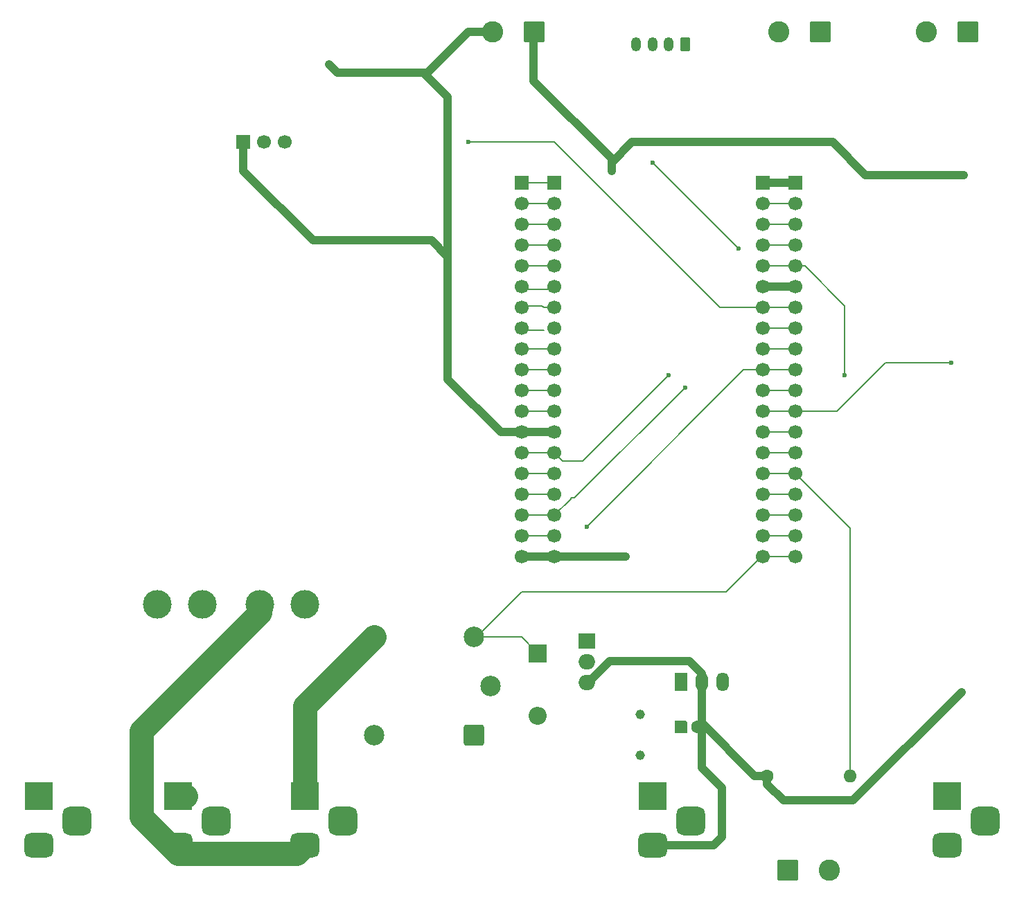
<source format=gbr>
%TF.GenerationSoftware,KiCad,Pcbnew,9.0.1*%
%TF.CreationDate,2025-05-24T15:45:38+01:00*%
%TF.ProjectId,main_board,6d61696e-5f62-46f6-9172-642e6b696361,rev?*%
%TF.SameCoordinates,Original*%
%TF.FileFunction,Copper,L2,Bot*%
%TF.FilePolarity,Positive*%
%FSLAX46Y46*%
G04 Gerber Fmt 4.6, Leading zero omitted, Abs format (unit mm)*
G04 Created by KiCad (PCBNEW 9.0.1) date 2025-05-24 15:45:38*
%MOMM*%
%LPD*%
G01*
G04 APERTURE LIST*
G04 Aperture macros list*
%AMRoundRect*
0 Rectangle with rounded corners*
0 $1 Rounding radius*
0 $2 $3 $4 $5 $6 $7 $8 $9 X,Y pos of 4 corners*
0 Add a 4 corners polygon primitive as box body*
4,1,4,$2,$3,$4,$5,$6,$7,$8,$9,$2,$3,0*
0 Add four circle primitives for the rounded corners*
1,1,$1+$1,$2,$3*
1,1,$1+$1,$4,$5*
1,1,$1+$1,$6,$7*
1,1,$1+$1,$8,$9*
0 Add four rect primitives between the rounded corners*
20,1,$1+$1,$2,$3,$4,$5,0*
20,1,$1+$1,$4,$5,$6,$7,0*
20,1,$1+$1,$6,$7,$8,$9,0*
20,1,$1+$1,$8,$9,$2,$3,0*%
%AMOutline5P*
0 Free polygon, 5 corners , with rotation*
0 The origin of the aperture is its center*
0 number of corners: always 5*
0 $1 to $10 corner X, Y*
0 $11 Rotation angle, in degrees counterclockwise*
0 create outline with 5 corners*
4,1,5,$1,$2,$3,$4,$5,$6,$7,$8,$9,$10,$1,$2,$11*%
%AMOutline6P*
0 Free polygon, 6 corners , with rotation*
0 The origin of the aperture is its center*
0 number of corners: always 6*
0 $1 to $12 corner X, Y*
0 $13 Rotation angle, in degrees counterclockwise*
0 create outline with 6 corners*
4,1,6,$1,$2,$3,$4,$5,$6,$7,$8,$9,$10,$11,$12,$1,$2,$13*%
%AMOutline7P*
0 Free polygon, 7 corners , with rotation*
0 The origin of the aperture is its center*
0 number of corners: always 7*
0 $1 to $14 corner X, Y*
0 $15 Rotation angle, in degrees counterclockwise*
0 create outline with 7 corners*
4,1,7,$1,$2,$3,$4,$5,$6,$7,$8,$9,$10,$11,$12,$13,$14,$1,$2,$15*%
%AMOutline8P*
0 Free polygon, 8 corners , with rotation*
0 The origin of the aperture is its center*
0 number of corners: always 8*
0 $1 to $16 corner X, Y*
0 $17 Rotation angle, in degrees counterclockwise*
0 create outline with 8 corners*
4,1,8,$1,$2,$3,$4,$5,$6,$7,$8,$9,$10,$11,$12,$13,$14,$15,$16,$1,$2,$17*%
G04 Aperture macros list end*
%TA.AperFunction,ComponentPad*%
%ADD10Outline5P,-0.800000X0.800000X0.480000X0.800000X0.800000X0.480000X0.800000X-0.800000X-0.800000X-0.800000X0.000000*%
%TD*%
%TA.AperFunction,ComponentPad*%
%ADD11C,1.600000*%
%TD*%
%TA.AperFunction,ComponentPad*%
%ADD12C,1.150000*%
%TD*%
%TA.AperFunction,ComponentPad*%
%ADD13RoundRect,0.250000X0.350000X0.625000X-0.350000X0.625000X-0.350000X-0.625000X0.350000X-0.625000X0*%
%TD*%
%TA.AperFunction,ComponentPad*%
%ADD14O,1.200000X1.750000*%
%TD*%
%TA.AperFunction,ComponentPad*%
%ADD15R,3.500000X3.500000*%
%TD*%
%TA.AperFunction,ComponentPad*%
%ADD16RoundRect,0.750000X1.000000X-0.750000X1.000000X0.750000X-1.000000X0.750000X-1.000000X-0.750000X0*%
%TD*%
%TA.AperFunction,ComponentPad*%
%ADD17RoundRect,0.875000X0.875000X-0.875000X0.875000X0.875000X-0.875000X0.875000X-0.875000X-0.875000X0*%
%TD*%
%TA.AperFunction,ComponentPad*%
%ADD18C,1.700000*%
%TD*%
%TA.AperFunction,ComponentPad*%
%ADD19R,1.700000X1.700000*%
%TD*%
%TA.AperFunction,ComponentPad*%
%ADD20RoundRect,0.250000X-1.050000X-1.050000X1.050000X-1.050000X1.050000X1.050000X-1.050000X1.050000X0*%
%TD*%
%TA.AperFunction,ComponentPad*%
%ADD21C,2.600000*%
%TD*%
%TA.AperFunction,ComponentPad*%
%ADD22RoundRect,0.250000X1.050000X1.050000X-1.050000X1.050000X-1.050000X-1.050000X1.050000X-1.050000X0*%
%TD*%
%TA.AperFunction,ComponentPad*%
%ADD23R,1.500000X2.300000*%
%TD*%
%TA.AperFunction,ComponentPad*%
%ADD24O,1.500000X2.300000*%
%TD*%
%TA.AperFunction,ComponentPad*%
%ADD25O,1.600000X1.600000*%
%TD*%
%TA.AperFunction,ComponentPad*%
%ADD26C,3.500000*%
%TD*%
%TA.AperFunction,ComponentPad*%
%ADD27R,2.000000X1.905000*%
%TD*%
%TA.AperFunction,ComponentPad*%
%ADD28O,2.000000X1.905000*%
%TD*%
%TA.AperFunction,ComponentPad*%
%ADD29R,2.200000X2.200000*%
%TD*%
%TA.AperFunction,ComponentPad*%
%ADD30O,2.200000X2.200000*%
%TD*%
%TA.AperFunction,ComponentPad*%
%ADD31C,2.500000*%
%TD*%
%TA.AperFunction,ComponentPad*%
%ADD32RoundRect,0.250000X1.000000X1.000000X-1.000000X1.000000X-1.000000X-1.000000X1.000000X-1.000000X0*%
%TD*%
%TA.AperFunction,ViaPad*%
%ADD33C,0.600000*%
%TD*%
%TA.AperFunction,ViaPad*%
%ADD34C,0.700000*%
%TD*%
%TA.AperFunction,Conductor*%
%ADD35C,0.200000*%
%TD*%
%TA.AperFunction,Conductor*%
%ADD36C,1.000000*%
%TD*%
%TA.AperFunction,Conductor*%
%ADD37C,3.000000*%
%TD*%
G04 APERTURE END LIST*
D10*
%TO.P,REF\u002A\u002A,1*%
%TO.N,N/C*%
X138500000Y-129000000D03*
D11*
%TO.P,REF\u002A\u002A,2*%
X140500000Y-129000000D03*
%TD*%
D12*
%TO.P,REF\u002A\u002A,1*%
%TO.N,12v+*%
X133500000Y-127500000D03*
%TO.P,REF\u002A\u002A,2*%
X133500000Y-132500000D03*
%TD*%
D13*
%TO.P,REF\u002A\u002A,1*%
%TO.N,SCL*%
X139000000Y-45500000D03*
D14*
%TO.P,REF\u002A\u002A,2*%
%TO.N,SDA*%
X137000000Y-45500000D03*
%TO.P,REF\u002A\u002A,3*%
%TO.N,3.3v*%
X135000000Y-45500000D03*
%TO.P,REF\u002A\u002A,4*%
%TO.N,gnd*%
X133000000Y-45500000D03*
%TD*%
D15*
%TO.P,REF\u002A\u002A,1*%
%TO.N,Big+*%
X77000000Y-137500000D03*
D16*
%TO.P,REF\u002A\u002A,2*%
%TO.N,BigGND*%
X77000000Y-143500000D03*
D17*
%TO.P,REF\u002A\u002A,3*%
%TO.N,N/C*%
X81700000Y-140500000D03*
%TD*%
D15*
%TO.P,REF\u002A\u002A,1*%
%TO.N,12v+*%
X135000000Y-137500000D03*
D16*
%TO.P,REF\u002A\u002A,2*%
%TO.N,gnd*%
X135000000Y-143500000D03*
D17*
%TO.P,REF\u002A\u002A,3*%
%TO.N,N/C*%
X139700000Y-140500000D03*
%TD*%
D18*
%TO.P,REF\u002A\u002A,2*%
%TO.N,N/C*%
X123000000Y-65040000D03*
%TO.P,REF\u002A\u002A,3*%
X123000000Y-67580000D03*
%TO.P,REF\u002A\u002A,4*%
X123000000Y-70120000D03*
%TO.P,REF\u002A\u002A,5*%
X123000000Y-72660000D03*
%TO.P,REF\u002A\u002A,6*%
X123000000Y-75200000D03*
%TO.P,REF\u002A\u002A,7*%
X123000000Y-77740000D03*
%TO.P,REF\u002A\u002A,8*%
X123000000Y-80280000D03*
%TO.P,REF\u002A\u002A,9*%
X123000000Y-82820000D03*
%TO.P,REF\u002A\u002A,10*%
X123000000Y-85360000D03*
%TO.P,REF\u002A\u002A,11*%
X123000000Y-87900000D03*
D19*
%TO.P,REF\u002A\u002A,CLK*%
X123000000Y-62500000D03*
D18*
%TO.P,REF\u002A\u002A,G19*%
X123000000Y-90440000D03*
%TO.P,REF\u002A\u002A,G21*%
%TO.N,SDA*%
X123000000Y-95520000D03*
%TO.P,REF\u002A\u002A,G22*%
%TO.N,SCL*%
X123000000Y-103140000D03*
%TO.P,REF\u002A\u002A,G23*%
%TO.N,N/C*%
X123000000Y-105680000D03*
%TO.P,REF\u002A\u002A,GND*%
%TO.N,gnd*%
X123000000Y-92980000D03*
X123000000Y-108220000D03*
%TO.P,REF\u002A\u002A,RXD*%
%TO.N,N/C*%
X123000000Y-98060000D03*
%TO.P,REF\u002A\u002A,TXD*%
X123000000Y-100600000D03*
%TD*%
D15*
%TO.P,REF\u002A\u002A,1*%
%TO.N,5v+*%
X171000000Y-137500000D03*
D16*
%TO.P,REF\u002A\u002A,2*%
%TO.N,humidiferGND*%
X171000000Y-143500000D03*
D17*
%TO.P,REF\u002A\u002A,3*%
%TO.N,N/C*%
X175700000Y-140500000D03*
%TD*%
D18*
%TO.P,REF\u002A\u002A,3V3*%
%TO.N,3.3v*%
X148500000Y-108220000D03*
%TO.P,REF\u002A\u002A,13*%
%TO.N,N/C*%
X148500000Y-92980000D03*
%TO.P,REF\u002A\u002A,14*%
X148500000Y-95520000D03*
%TO.P,REF\u002A\u002A,16*%
X148500000Y-100600000D03*
%TO.P,REF\u002A\u002A,17*%
X148500000Y-103140000D03*
%TO.P,REF\u002A\u002A,18*%
X148500000Y-105680000D03*
%TO.P,REF\u002A\u002A,CMD*%
X148500000Y-65040000D03*
%TO.P,REF\u002A\u002A,G12*%
X148500000Y-77740000D03*
%TO.P,REF\u002A\u002A,G13*%
%TO.N,humidiferPinOut*%
X148500000Y-72660000D03*
%TO.P,REF\u002A\u002A,G14*%
%TO.N,N/C*%
X148500000Y-80280000D03*
%TO.P,REF\u002A\u002A,G25*%
X148500000Y-87900000D03*
%TO.P,REF\u002A\u002A,G26*%
%TO.N,HeaterPin*%
X148500000Y-85360000D03*
%TO.P,REF\u002A\u002A,G27*%
%TO.N,N/C*%
X148500000Y-82820000D03*
%TO.P,REF\u002A\u002A,G33*%
%TO.N,pumpOutPin*%
X148500000Y-90440000D03*
%TO.P,REF\u002A\u002A,G34*%
%TO.N,wtrsnrIN*%
X148500000Y-98060000D03*
%TO.P,REF\u002A\u002A,GND*%
%TO.N,gnd*%
X148500000Y-75200000D03*
%TO.P,REF\u002A\u002A,SD2*%
%TO.N,N/C*%
X148500000Y-70120000D03*
%TO.P,REF\u002A\u002A,SD3*%
X148500000Y-67580000D03*
D19*
%TO.P,REF\u002A\u002A,V5*%
%TO.N,5v+*%
X148500000Y-62500000D03*
%TD*%
D20*
%TO.P,REF\u002A\u002A,1*%
%TO.N,5v+*%
X151500000Y-146500000D03*
D21*
%TO.P,REF\u002A\u002A,2*%
%TO.N,wtrsnrIN*%
X156580000Y-146500000D03*
%TD*%
D18*
%TO.P,REF\u002A\u002A,2*%
%TO.N,N/C*%
X87540000Y-57500000D03*
D19*
%TO.P,REF\u002A\u002A,GND*%
%TO.N,gnd*%
X85000000Y-57500000D03*
D18*
%TO.P,REF\u002A\u002A,IN1*%
%TO.N,N/C*%
X90080000Y-57500000D03*
%TD*%
D22*
%TO.P,REF\u002A\u002A,1*%
%TO.N,12v+*%
X120545000Y-44000000D03*
D21*
%TO.P,REF\u002A\u002A,2*%
%TO.N,gnd*%
X115465000Y-44000000D03*
%TD*%
D15*
%TO.P,REF\u002A\u002A,1*%
%TO.N,N/C*%
X60000000Y-137500000D03*
D16*
%TO.P,REF\u002A\u002A,2*%
X60000000Y-143500000D03*
D17*
%TO.P,REF\u002A\u002A,3*%
X64700000Y-140500000D03*
%TD*%
D23*
%TO.P,REF\u002A\u002A,1*%
%TO.N,12v+*%
X138500000Y-123500000D03*
D24*
%TO.P,REF\u002A\u002A,2*%
%TO.N,gnd*%
X141040000Y-123500000D03*
%TO.P,REF\u002A\u002A,3*%
%TO.N,5v+*%
X143580000Y-123500000D03*
%TD*%
D19*
%TO.P,REF\u002A\u002A,1*%
%TO.N,N/C*%
X119000000Y-62500000D03*
D18*
%TO.P,REF\u002A\u002A,2*%
X119000000Y-65040000D03*
%TO.P,REF\u002A\u002A,3*%
X119000000Y-67580000D03*
%TO.P,REF\u002A\u002A,4*%
X119000000Y-70120000D03*
%TO.P,REF\u002A\u002A,5*%
X119000000Y-72660000D03*
%TO.P,REF\u002A\u002A,6*%
X119000000Y-75200000D03*
%TO.P,REF\u002A\u002A,7*%
X119000000Y-77740000D03*
%TO.P,REF\u002A\u002A,8*%
X119000000Y-80280000D03*
%TO.P,REF\u002A\u002A,9*%
X119000000Y-82820000D03*
%TO.P,REF\u002A\u002A,10*%
X119000000Y-85360000D03*
%TO.P,REF\u002A\u002A,11*%
X119000000Y-87900000D03*
%TO.P,REF\u002A\u002A,12*%
X119000000Y-90440000D03*
%TO.P,REF\u002A\u002A,13*%
%TO.N,gnd*%
X119000000Y-92980000D03*
%TO.P,REF\u002A\u002A,14*%
%TO.N,N/C*%
X119000000Y-95520000D03*
%TO.P,REF\u002A\u002A,15*%
X119000000Y-98060000D03*
%TO.P,REF\u002A\u002A,16*%
X119000000Y-100600000D03*
%TO.P,REF\u002A\u002A,17*%
X119000000Y-103140000D03*
%TO.P,REF\u002A\u002A,18*%
X119000000Y-105680000D03*
%TO.P,REF\u002A\u002A,19*%
%TO.N,gnd*%
X119000000Y-108220000D03*
%TD*%
D11*
%TO.P,REF\u002A\u002A,1*%
%TO.N,gnd*%
X149000000Y-135000000D03*
D25*
%TO.P,REF\u002A\u002A,2*%
%TO.N,wtrsnrIN*%
X159160000Y-135000000D03*
%TD*%
D22*
%TO.P,REF\u002A\u002A,1*%
%TO.N,5v+*%
X155500000Y-44000000D03*
D21*
%TO.P,REF\u002A\u002A,2*%
%TO.N,gnd*%
X150420000Y-44000000D03*
%TD*%
D26*
%TO.P,REF\u002A\u002A,1*%
%TO.N,BigGND*%
X87000000Y-114000000D03*
%TD*%
D27*
%TO.P,REF\u002A\u002A,1*%
%TO.N,HeaterPin*%
X127000000Y-118500000D03*
D28*
%TO.P,REF\u002A\u002A,2*%
%TO.N,heaterTransistorOut*%
X127000000Y-121040000D03*
%TO.P,REF\u002A\u002A,3*%
%TO.N,gnd*%
X127000000Y-123580000D03*
%TD*%
D26*
%TO.P,,MTR*%
%TO.N,N/C*%
X74500000Y-114000000D03*
%TD*%
D19*
%TO.P,REF\u002A\u002A,1*%
%TO.N,5v+*%
X152500000Y-62500000D03*
D18*
%TO.P,REF\u002A\u002A,2*%
%TO.N,N/C*%
X152500000Y-65040000D03*
%TO.P,REF\u002A\u002A,3*%
X152500000Y-67580000D03*
%TO.P,REF\u002A\u002A,4*%
X152500000Y-70120000D03*
%TO.P,REF\u002A\u002A,5*%
%TO.N,humidiferPinOut*%
X152500000Y-72660000D03*
%TO.P,REF\u002A\u002A,6*%
%TO.N,gnd*%
X152500000Y-75200000D03*
%TO.P,REF\u002A\u002A,7*%
%TO.N,N/C*%
X152500000Y-77740000D03*
%TO.P,REF\u002A\u002A,8*%
X152500000Y-80280000D03*
%TO.P,REF\u002A\u002A,9*%
X152500000Y-82820000D03*
%TO.P,REF\u002A\u002A,11*%
X152500000Y-87900000D03*
%TO.P,REF\u002A\u002A,12*%
%TO.N,pumpOutPin*%
X152500000Y-90440000D03*
%TO.P,REF\u002A\u002A,13*%
%TO.N,N/C*%
X152500000Y-92980000D03*
%TO.P,REF\u002A\u002A,14*%
X152500000Y-95520000D03*
%TO.P,REF\u002A\u002A,15*%
%TO.N,wtrsnrIN*%
X152500000Y-98060000D03*
%TO.P,REF\u002A\u002A,16*%
%TO.N,N/C*%
X152500000Y-100600000D03*
%TO.P,REF\u002A\u002A,17*%
X152500000Y-103140000D03*
%TO.P,REF\u002A\u002A,18*%
X152500000Y-105680000D03*
%TO.P,REF\u002A\u002A,19*%
X152500000Y-108220000D03*
%TO.P,REF\u002A\u002A,G26*%
%TO.N,HeaterPin*%
X152500000Y-85360000D03*
%TD*%
D29*
%TO.P,REF\u002A\u002A,1*%
%TO.N,3.3v*%
X121000000Y-120000000D03*
D30*
%TO.P,REF\u002A\u002A,2*%
%TO.N,heaterTransistorOut*%
X121000000Y-127620000D03*
%TD*%
D26*
%TO.P,,MTR*%
%TO.N,N/C*%
X80000000Y-114000000D03*
%TD*%
%TO.P,REF\u002A\u002A,1*%
%TO.N,Big+*%
X92500000Y-114000000D03*
%TD*%
D15*
%TO.P,REF\u002A\u002A,1*%
%TO.N,heaterRelayOut+*%
X92500000Y-137500000D03*
D16*
%TO.P,REF\u002A\u002A,2*%
%TO.N,BigGND*%
X92500000Y-143500000D03*
D17*
%TO.P,REF\u002A\u002A,3*%
%TO.N,N/C*%
X97200000Y-140500000D03*
%TD*%
D22*
%TO.P,REF\u002A\u002A,1*%
%TO.N,12v+*%
X173545000Y-44000000D03*
D21*
%TO.P,REF\u002A\u002A,2*%
%TO.N,pumpGND*%
X168465000Y-44000000D03*
%TD*%
D31*
%TO.P,REF\u002A\u002A,11*%
%TO.N,Big+*%
X115200000Y-124000000D03*
%TO.P,REF\u002A\u002A,12*%
%TO.N,N/C*%
X101000000Y-130000000D03*
%TO.P,REF\u002A\u002A,14*%
%TO.N,heaterRelayOut+*%
X101000000Y-118000000D03*
D32*
%TO.P,REF\u002A\u002A,A1*%
%TO.N,heaterTransistorOut*%
X113200000Y-130000000D03*
D31*
%TO.P,REF\u002A\u002A,A2*%
%TO.N,3.3v*%
X113200000Y-118000000D03*
%TD*%
D33*
%TO.N,SCL*%
X139000000Y-87500000D03*
%TO.N,SDA*%
X137010000Y-85990000D03*
%TO.N,3.3v*%
X145500000Y-70500000D03*
X135000000Y-60000000D03*
%TO.N,*%
X112500000Y-57500000D03*
D34*
%TO.N,12v+*%
X173000000Y-61500000D03*
X130000000Y-61000000D03*
%TO.N,gnd*%
X131720000Y-108220000D03*
D33*
X172750000Y-124750000D03*
%TO.N,HeaterPin*%
X127000000Y-104500000D03*
%TO.N,pumpOutPin*%
X171500000Y-84500000D03*
%TO.N,humidiferPinOut*%
X158500000Y-86000000D03*
%TD*%
D35*
%TO.N,SCL*%
X125000000Y-101140000D02*
X123000000Y-103140000D01*
X125500000Y-101000000D02*
X125000000Y-101000000D01*
X125000000Y-101000000D02*
X125000000Y-101140000D01*
X139000000Y-87500000D02*
X125500000Y-101000000D01*
%TO.N,SDA*%
X123980000Y-96500000D02*
X123000000Y-95520000D01*
X126500000Y-96500000D02*
X123980000Y-96500000D01*
X137010000Y-85990000D02*
X126500000Y-96500000D01*
%TO.N,3.3v*%
X145500000Y-70500000D02*
X135000000Y-60000000D01*
D36*
%TO.N,gnd*%
X159500000Y-138000000D02*
X152000000Y-138000000D01*
X172750000Y-124750000D02*
X159500000Y-138000000D01*
X96500000Y-49000000D02*
X95500000Y-48000000D01*
X100000000Y-49000000D02*
X96500000Y-49000000D01*
X93500000Y-69500000D02*
X108000000Y-69500000D01*
X85000000Y-61000000D02*
X93500000Y-69500000D01*
X85000000Y-57500000D02*
X85000000Y-61000000D01*
X108000000Y-69500000D02*
X110000000Y-71500000D01*
X129750000Y-121000000D02*
X127170000Y-123580000D01*
X139500000Y-121000000D02*
X129750000Y-121000000D01*
X141000000Y-122500000D02*
X139500000Y-121000000D01*
X127170000Y-123580000D02*
X127000000Y-123580000D01*
X141000000Y-123460000D02*
X141000000Y-122500000D01*
X141040000Y-123500000D02*
X141000000Y-123460000D01*
D37*
%TO.N,heaterRelayOut+*%
X92500000Y-126500000D02*
X101000000Y-118000000D01*
X92500000Y-137500000D02*
X92500000Y-126500000D01*
D36*
%TO.N,gnd*%
X141000000Y-134000000D02*
X141000000Y-128500000D01*
X143500000Y-142500000D02*
X143500000Y-136500000D01*
X143500000Y-136500000D02*
X141000000Y-134000000D01*
X142500000Y-143500000D02*
X143500000Y-142500000D01*
X135000000Y-143500000D02*
X142500000Y-143500000D01*
D37*
%TO.N,Big+*%
X77000000Y-137500000D02*
X78000000Y-137500000D01*
D35*
%TO.N,3.3v*%
X113500000Y-118000000D02*
X113200000Y-118000000D01*
X119000000Y-112500000D02*
X113500000Y-118000000D01*
X144000000Y-112500000D02*
X119000000Y-112500000D01*
X148280000Y-108220000D02*
X144000000Y-112500000D01*
X148500000Y-108220000D02*
X148280000Y-108220000D01*
X119000000Y-118000000D02*
X121000000Y-120000000D01*
X113200000Y-118000000D02*
X119000000Y-118000000D01*
D36*
%TO.N,gnd*%
X116480000Y-92980000D02*
X119000000Y-92980000D01*
X110000000Y-86500000D02*
X116480000Y-92980000D01*
X110000000Y-71500000D02*
X110000000Y-86500000D01*
X141000000Y-125040000D02*
X141000000Y-128500000D01*
X141040000Y-125000000D02*
X141000000Y-125040000D01*
X141040000Y-123500000D02*
X141040000Y-125000000D01*
%TO.N,12v+*%
X157000000Y-57500000D02*
X161000000Y-61500000D01*
X132500000Y-57500000D02*
X157000000Y-57500000D01*
X161000000Y-61500000D02*
X173000000Y-61500000D01*
X130000000Y-60000000D02*
X132500000Y-57500000D01*
X130000000Y-61000000D02*
X130000000Y-60000000D01*
%TO.N,gnd*%
X147500000Y-135000000D02*
X149000000Y-135000000D01*
X141000000Y-128500000D02*
X147500000Y-135000000D01*
X149000000Y-136000000D02*
X151000000Y-138000000D01*
X149000000Y-135000000D02*
X149000000Y-136000000D01*
X152000000Y-138000000D02*
X152500000Y-138000000D01*
X152000000Y-138000000D02*
X151000000Y-138000000D01*
D35*
%TO.N,wtrsnrIN*%
X159160000Y-130500000D02*
X159160000Y-135000000D01*
%TO.N,pumpOutPin*%
X157560000Y-90440000D02*
X152500000Y-90440000D01*
X163500000Y-84500000D02*
X157560000Y-90440000D01*
X171500000Y-84500000D02*
X163500000Y-84500000D01*
%TO.N,humidiferPinOut*%
X153660000Y-72660000D02*
X152500000Y-72660000D01*
X158500000Y-77500000D02*
X153660000Y-72660000D01*
X158500000Y-86000000D02*
X158500000Y-77500000D01*
%TO.N,HeaterPin*%
X146140000Y-85360000D02*
X148500000Y-85360000D01*
X127000000Y-104500000D02*
X146140000Y-85360000D01*
%TO.N,*%
X143240000Y-77740000D02*
X148500000Y-77740000D01*
X112500000Y-57500000D02*
X123000000Y-57500000D01*
X123000000Y-57500000D02*
X143240000Y-77740000D01*
X119240000Y-77500000D02*
X121500000Y-77500000D01*
X152500000Y-100600000D02*
X148500000Y-100600000D01*
X148500000Y-67580000D02*
X152500000Y-67580000D01*
X119300000Y-75500000D02*
X123000000Y-75500000D01*
X148500000Y-82820000D02*
X152500000Y-82820000D01*
X123000000Y-75500000D02*
X123000000Y-75200000D01*
X119000000Y-100600000D02*
X123000000Y-100600000D01*
X119000000Y-75200000D02*
X119300000Y-75500000D01*
X119000000Y-90440000D02*
X123000000Y-90440000D01*
X119000000Y-72660000D02*
X123000000Y-72660000D01*
%TO.N,SDA*%
X119000000Y-95520000D02*
X123000000Y-95520000D01*
%TO.N,*%
X119000000Y-62500000D02*
X123000000Y-62500000D01*
X119000000Y-67580000D02*
X123000000Y-67580000D01*
X148500000Y-92980000D02*
X152500000Y-92980000D01*
X119000000Y-72660000D02*
X119340000Y-73000000D01*
X148500000Y-95520000D02*
X152500000Y-95520000D01*
X119000000Y-80280000D02*
X119220000Y-80500000D01*
X119820000Y-85320000D02*
X119820000Y-85180000D01*
X119000000Y-105680000D02*
X123000000Y-105680000D01*
X119000000Y-87900000D02*
X123000000Y-87900000D01*
X119000000Y-82820000D02*
X123000000Y-82820000D01*
X148500000Y-70120000D02*
X152500000Y-70120000D01*
X121500000Y-77500000D02*
X121740000Y-77740000D01*
%TO.N,3.3v*%
X152500000Y-108220000D02*
X148500000Y-108220000D01*
%TO.N,*%
X121740000Y-77740000D02*
X123000000Y-77740000D01*
X152500000Y-105680000D02*
X148500000Y-105680000D01*
X148500000Y-77740000D02*
X152500000Y-77740000D01*
X148500000Y-80280000D02*
X152500000Y-80280000D01*
X119000000Y-98060000D02*
X123000000Y-98060000D01*
X119000000Y-85360000D02*
X123000000Y-85360000D01*
X148500000Y-65040000D02*
X152500000Y-65040000D01*
X119000000Y-65040000D02*
X123000000Y-65040000D01*
X119220000Y-80500000D02*
X121720000Y-80500000D01*
%TO.N,SCL*%
X119000000Y-103140000D02*
X123000000Y-103140000D01*
%TO.N,*%
X119000000Y-70120000D02*
X123000000Y-70120000D01*
X148500000Y-87900000D02*
X152500000Y-87900000D01*
X152500000Y-103140000D02*
X148500000Y-103140000D01*
X119000000Y-77740000D02*
X119240000Y-77500000D01*
D36*
%TO.N,12v+*%
X120500000Y-50000000D02*
X120500000Y-44090000D01*
X120500000Y-44090000D02*
X120545000Y-44045000D01*
D35*
X120545000Y-44045000D02*
X120545000Y-44000000D01*
D36*
X130000000Y-61000000D02*
X130000000Y-59500000D01*
X130000000Y-59500000D02*
X120500000Y-50000000D01*
%TO.N,gnd*%
X148500000Y-75200000D02*
X152500000Y-75200000D01*
D35*
X150500000Y-44000000D02*
X150420000Y-44000000D01*
D36*
X131720000Y-108220000D02*
X123000000Y-108220000D01*
X123000000Y-108220000D02*
X119000000Y-108220000D01*
X119000000Y-92980000D02*
X123000000Y-92980000D01*
%TO.N,5v+*%
X171000000Y-137500000D02*
X170500000Y-137500000D01*
X148500000Y-62500000D02*
X152500000Y-62500000D01*
D35*
%TO.N,wtrsnrIN*%
X148500000Y-98060000D02*
X152500000Y-98060000D01*
X159160000Y-104720000D02*
X152500000Y-98060000D01*
D37*
%TO.N,BigGND*%
X72500000Y-129500000D02*
X72500000Y-140000000D01*
X87000000Y-115000000D02*
X72500000Y-129500000D01*
X72500000Y-140000000D02*
X76000000Y-143500000D01*
X76000000Y-143500000D02*
X77000000Y-143500000D01*
X77000000Y-144500000D02*
X91500000Y-144500000D01*
X76000000Y-143500000D02*
X77000000Y-144500000D01*
X87000000Y-114000000D02*
X87000000Y-115000000D01*
X91500000Y-144500000D02*
X92500000Y-143500000D01*
D35*
%TO.N,HeaterPin*%
X148500000Y-85360000D02*
X152500000Y-85360000D01*
%TO.N,pumpOutPin*%
X152500000Y-90440000D02*
X148500000Y-90440000D01*
%TO.N,humidiferPinOut*%
X148500000Y-72660000D02*
X152500000Y-72660000D01*
%TO.N,wtrsnrIN*%
X159160000Y-130500000D02*
X159160000Y-104720000D01*
D36*
%TO.N,gnd*%
X107000000Y-49000000D02*
X110000000Y-52000000D01*
X110000000Y-52000000D02*
X110000000Y-71500000D01*
D35*
%TO.N,SDA*%
X118980000Y-95500000D02*
X119000000Y-95520000D01*
D36*
%TO.N,gnd*%
X107500000Y-49000000D02*
X112500000Y-44000000D01*
X112500000Y-44000000D02*
X115465000Y-44000000D01*
X100000000Y-49000000D02*
X107000000Y-49000000D01*
X107000000Y-49000000D02*
X107500000Y-49000000D01*
%TD*%
M02*

</source>
